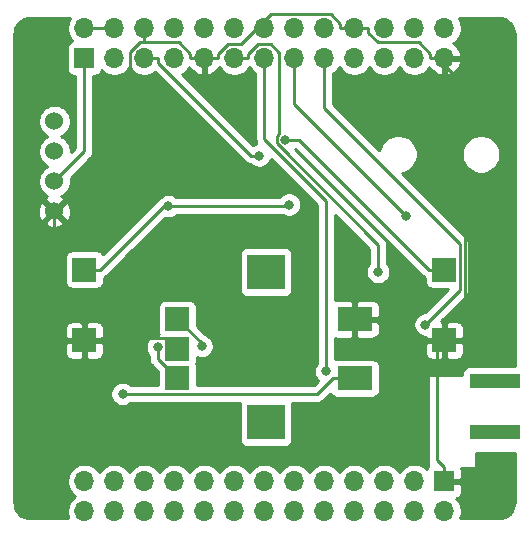
<source format=gbr>
G04 #@! TF.GenerationSoftware,KiCad,Pcbnew,(5.1.5)-3*
G04 #@! TF.CreationDate,2020-02-26T18:40:07+01:00*
G04 #@! TF.ProjectId,minirpi2,6d696e69-7270-4693-922e-6b696361645f,rev?*
G04 #@! TF.SameCoordinates,Original*
G04 #@! TF.FileFunction,Copper,L1,Top*
G04 #@! TF.FilePolarity,Positive*
%FSLAX46Y46*%
G04 Gerber Fmt 4.6, Leading zero omitted, Abs format (unit mm)*
G04 Created by KiCad (PCBNEW (5.1.5)-3) date 2020-02-26 18:40:07*
%MOMM*%
%LPD*%
G04 APERTURE LIST*
%ADD10O,1.700000X1.700000*%
%ADD11R,1.700000X1.700000*%
%ADD12R,2.000000X2.000000*%
%ADD13R,4.191000X1.270000*%
%ADD14C,1.524000*%
%ADD15R,3.000000X2.000000*%
%ADD16R,3.200000X3.000000*%
%ADD17C,0.800000*%
%ADD18C,0.250000*%
%ADD19C,0.254000*%
G04 APERTURE END LIST*
D10*
X185420000Y-80010000D03*
X185420000Y-77470000D03*
X187960000Y-80010000D03*
X187960000Y-77470000D03*
X190500000Y-80010000D03*
X190500000Y-77470000D03*
X193040000Y-80010000D03*
X193040000Y-77470000D03*
X195580000Y-80010000D03*
X195580000Y-77470000D03*
X198120000Y-80010000D03*
X198120000Y-77470000D03*
X200660000Y-80010000D03*
X200660000Y-77470000D03*
X203200000Y-80010000D03*
X203200000Y-77470000D03*
X205740000Y-80010000D03*
X205740000Y-77470000D03*
X208280000Y-80010000D03*
X208280000Y-77470000D03*
X210820000Y-80010000D03*
X210820000Y-77470000D03*
X213360000Y-80010000D03*
X213360000Y-77470000D03*
X215900000Y-80010000D03*
D11*
X215900000Y-77470000D03*
D12*
X185420000Y-59548000D03*
X185420000Y-65548000D03*
X215900000Y-59548000D03*
X215900000Y-65548000D03*
D13*
X220154500Y-73266300D03*
X220154500Y-68973700D03*
D11*
X185420000Y-41656000D03*
D10*
X185420000Y-39116000D03*
X187960000Y-41656000D03*
X187960000Y-39116000D03*
X190500000Y-41656000D03*
X190500000Y-39116000D03*
X193040000Y-41656000D03*
X193040000Y-39116000D03*
X195580000Y-41656000D03*
X195580000Y-39116000D03*
X198120000Y-41656000D03*
X198120000Y-39116000D03*
X200660000Y-41656000D03*
X200660000Y-39116000D03*
X203200000Y-41656000D03*
X203200000Y-39116000D03*
X205740000Y-41656000D03*
X205740000Y-39116000D03*
X208280000Y-41656000D03*
X208280000Y-39116000D03*
X210820000Y-41656000D03*
X210820000Y-39116000D03*
X213360000Y-41656000D03*
X213360000Y-39116000D03*
X215900000Y-41656000D03*
X215900000Y-39116000D03*
D14*
X182880000Y-54610000D03*
X182880000Y-52070000D03*
X182880000Y-49530000D03*
X182880000Y-46990000D03*
D15*
X208294000Y-68754000D03*
X208294000Y-63754000D03*
D16*
X200794000Y-72454000D03*
X200794000Y-59754000D03*
D12*
X193294000Y-68754000D03*
X193294000Y-66254000D03*
X193294000Y-63754000D03*
D17*
X214295100Y-64209000D03*
X202416200Y-48558000D03*
X192534700Y-54169900D03*
X202747800Y-54048400D03*
X217225300Y-55385500D03*
X212662000Y-54995300D03*
X210296000Y-59752400D03*
X200226400Y-49898600D03*
X205890800Y-68176100D03*
X195347600Y-66035200D03*
X191630500Y-66122400D03*
X188655900Y-70079300D03*
D18*
X214295100Y-64209000D02*
X217225300Y-61278800D01*
X217225300Y-61278800D02*
X217225300Y-57363300D01*
X217225300Y-57363300D02*
X205740000Y-45878000D01*
X205740000Y-45878000D02*
X205740000Y-42831300D01*
X205740000Y-41656000D02*
X205740000Y-42831300D01*
X182880000Y-52070000D02*
X185420000Y-49530000D01*
X185420000Y-49530000D02*
X185420000Y-41656000D01*
X215900000Y-59548000D02*
X214574700Y-59548000D01*
X202416200Y-48558000D02*
X203584700Y-48558000D01*
X203584700Y-48558000D02*
X214574700Y-59548000D01*
X202747800Y-54048400D02*
X202626300Y-54169900D01*
X202626300Y-54169900D02*
X192534700Y-54169900D01*
X186745300Y-59548000D02*
X192123400Y-54169900D01*
X192123400Y-54169900D02*
X192534700Y-54169900D01*
X185420000Y-59548000D02*
X186745300Y-59548000D01*
X185420000Y-65548000D02*
X186745300Y-65548000D01*
X193294000Y-66254000D02*
X192411400Y-65371400D01*
X192411400Y-65371400D02*
X186921900Y-65371400D01*
X186921900Y-65371400D02*
X186745300Y-65548000D01*
X210006700Y-63754000D02*
X211800700Y-65548000D01*
X211800700Y-65548000D02*
X215237400Y-65548000D01*
X215900000Y-64222700D02*
X217675600Y-62447100D01*
X217675600Y-62447100D02*
X217675600Y-55835800D01*
X217675600Y-55835800D02*
X217225300Y-55385500D01*
X195580000Y-41656000D02*
X194404700Y-41656000D01*
X190500000Y-40291300D02*
X193407300Y-40291300D01*
X193407300Y-40291300D02*
X194404700Y-41288700D01*
X194404700Y-41288700D02*
X194404700Y-41656000D01*
X182880000Y-54610000D02*
X189324700Y-48165300D01*
X189324700Y-48165300D02*
X189324700Y-41099200D01*
X189324700Y-41099200D02*
X190132600Y-40291300D01*
X190132600Y-40291300D02*
X190500000Y-40291300D01*
X182880000Y-54610000D02*
X182880000Y-61682700D01*
X182880000Y-61682700D02*
X185420000Y-64222700D01*
X190500000Y-39116000D02*
X190500000Y-40291300D01*
X215312400Y-41656000D02*
X217225300Y-43568900D01*
X217225300Y-43568900D02*
X217225300Y-55385500D01*
X215900000Y-65548000D02*
X215900000Y-64222700D01*
X215312400Y-41656000D02*
X214724700Y-41656000D01*
X215900000Y-41656000D02*
X215312400Y-41656000D01*
X195580000Y-41656000D02*
X196755300Y-41656000D01*
X200072400Y-39116000D02*
X198707700Y-40480700D01*
X198707700Y-40480700D02*
X197563200Y-40480700D01*
X197563200Y-40480700D02*
X196755300Y-41288600D01*
X196755300Y-41288600D02*
X196755300Y-41656000D01*
X207104700Y-39116000D02*
X207104700Y-38748600D01*
X207104700Y-38748600D02*
X206296800Y-37940700D01*
X206296800Y-37940700D02*
X201247700Y-37940700D01*
X201247700Y-37940700D02*
X200072400Y-39116000D01*
X208294000Y-63754000D02*
X210006700Y-63754000D01*
X215237400Y-65548000D02*
X215237400Y-75632100D01*
X215237400Y-75632100D02*
X215900000Y-76294700D01*
X208280000Y-39116000D02*
X209455300Y-39116000D01*
X214724700Y-41656000D02*
X214724700Y-41288600D01*
X214724700Y-41288600D02*
X213727400Y-40291300D01*
X213727400Y-40291300D02*
X210263200Y-40291300D01*
X210263200Y-40291300D02*
X209455300Y-39483400D01*
X209455300Y-39483400D02*
X209455300Y-39116000D01*
X208280000Y-39116000D02*
X207104700Y-39116000D01*
X200660000Y-39116000D02*
X200072400Y-39116000D01*
X215900000Y-77470000D02*
X215900000Y-76294700D01*
X215900000Y-65548000D02*
X215237400Y-65548000D01*
X185420000Y-65548000D02*
X185420000Y-64222700D01*
X203200000Y-41656000D02*
X203200000Y-45533300D01*
X203200000Y-45533300D02*
X212662000Y-54995300D01*
X199295300Y-41656000D02*
X199295300Y-41304600D01*
X199295300Y-41304600D02*
X200119300Y-40480600D01*
X200119300Y-40480600D02*
X201185600Y-40480600D01*
X201185600Y-40480600D02*
X201875200Y-41170200D01*
X201875200Y-41170200D02*
X201875200Y-48073300D01*
X201875200Y-48073300D02*
X201690900Y-48257600D01*
X201690900Y-48257600D02*
X201690900Y-48858400D01*
X201690900Y-48858400D02*
X210296000Y-57463500D01*
X210296000Y-57463500D02*
X210296000Y-59752400D01*
X198120000Y-41656000D02*
X199295300Y-41656000D01*
X191675300Y-41656000D02*
X191675300Y-42023300D01*
X191675300Y-42023300D02*
X199550600Y-49898600D01*
X199550600Y-49898600D02*
X200226400Y-49898600D01*
X190500000Y-41656000D02*
X191675300Y-41656000D01*
X200660000Y-41656000D02*
X200660000Y-48534800D01*
X200660000Y-48534800D02*
X205890800Y-53765600D01*
X205890800Y-53765600D02*
X205890800Y-68176100D01*
X187960000Y-39116000D02*
X185420000Y-39116000D01*
X193294000Y-63754000D02*
X195347600Y-65807600D01*
X195347600Y-65807600D02*
X195347600Y-66035200D01*
X193294000Y-68754000D02*
X191630500Y-67090500D01*
X191630500Y-67090500D02*
X191630500Y-66122400D01*
X188655900Y-70079300D02*
X205143400Y-70079300D01*
X205143400Y-70079300D02*
X206468700Y-68754000D01*
X208294000Y-68754000D02*
X206468700Y-68754000D01*
D19*
G36*
X221844001Y-79215711D02*
G01*
X221814766Y-79513876D01*
X221737551Y-79769624D01*
X221612131Y-80005504D01*
X221443289Y-80212525D01*
X221237446Y-80382813D01*
X221002444Y-80509879D01*
X220747240Y-80588877D01*
X220451118Y-80620000D01*
X217254682Y-80620000D01*
X217327932Y-80443158D01*
X217385000Y-80156260D01*
X217385000Y-79863740D01*
X217327932Y-79576842D01*
X217215990Y-79306589D01*
X217053475Y-79063368D01*
X216921620Y-78931513D01*
X216994180Y-78909502D01*
X217104494Y-78850537D01*
X217201185Y-78771185D01*
X217280537Y-78674494D01*
X217339502Y-78564180D01*
X217375812Y-78444482D01*
X217388072Y-78320000D01*
X217385000Y-77755750D01*
X217226250Y-77597000D01*
X216027000Y-77597000D01*
X216027000Y-77617000D01*
X215773000Y-77617000D01*
X215773000Y-77597000D01*
X215753000Y-77597000D01*
X215753000Y-77343000D01*
X215773000Y-77343000D01*
X215773000Y-77323000D01*
X216027000Y-77323000D01*
X216027000Y-77343000D01*
X217226250Y-77343000D01*
X217385000Y-77184250D01*
X217388072Y-76620000D01*
X217375812Y-76495518D01*
X217339502Y-76375820D01*
X217313407Y-76327000D01*
X218440000Y-76327000D01*
X218464776Y-76324560D01*
X218488601Y-76317333D01*
X218510557Y-76305597D01*
X218529803Y-76289803D01*
X218545597Y-76270557D01*
X218557333Y-76248601D01*
X218564560Y-76224776D01*
X218567000Y-76200000D01*
X218567000Y-75057000D01*
X221844001Y-75057000D01*
X221844001Y-79215711D01*
G37*
X221844001Y-79215711D02*
X221814766Y-79513876D01*
X221737551Y-79769624D01*
X221612131Y-80005504D01*
X221443289Y-80212525D01*
X221237446Y-80382813D01*
X221002444Y-80509879D01*
X220747240Y-80588877D01*
X220451118Y-80620000D01*
X217254682Y-80620000D01*
X217327932Y-80443158D01*
X217385000Y-80156260D01*
X217385000Y-79863740D01*
X217327932Y-79576842D01*
X217215990Y-79306589D01*
X217053475Y-79063368D01*
X216921620Y-78931513D01*
X216994180Y-78909502D01*
X217104494Y-78850537D01*
X217201185Y-78771185D01*
X217280537Y-78674494D01*
X217339502Y-78564180D01*
X217375812Y-78444482D01*
X217388072Y-78320000D01*
X217385000Y-77755750D01*
X217226250Y-77597000D01*
X216027000Y-77597000D01*
X216027000Y-77617000D01*
X215773000Y-77617000D01*
X215773000Y-77597000D01*
X215753000Y-77597000D01*
X215753000Y-77343000D01*
X215773000Y-77343000D01*
X215773000Y-77323000D01*
X216027000Y-77323000D01*
X216027000Y-77343000D01*
X217226250Y-77343000D01*
X217385000Y-77184250D01*
X217388072Y-76620000D01*
X217375812Y-76495518D01*
X217339502Y-76375820D01*
X217313407Y-76327000D01*
X218440000Y-76327000D01*
X218464776Y-76324560D01*
X218488601Y-76317333D01*
X218510557Y-76305597D01*
X218529803Y-76289803D01*
X218545597Y-76270557D01*
X218557333Y-76248601D01*
X218564560Y-76224776D01*
X218567000Y-76200000D01*
X218567000Y-75057000D01*
X221844001Y-75057000D01*
X221844001Y-79215711D01*
G36*
X184104010Y-38412589D02*
G01*
X183992068Y-38682842D01*
X183935000Y-38969740D01*
X183935000Y-39262260D01*
X183992068Y-39549158D01*
X184104010Y-39819411D01*
X184266525Y-40062632D01*
X184398380Y-40194487D01*
X184325820Y-40216498D01*
X184215506Y-40275463D01*
X184118815Y-40354815D01*
X184039463Y-40451506D01*
X183980498Y-40561820D01*
X183944188Y-40681518D01*
X183931928Y-40806000D01*
X183931928Y-42506000D01*
X183944188Y-42630482D01*
X183980498Y-42750180D01*
X184039463Y-42860494D01*
X184118815Y-42957185D01*
X184215506Y-43036537D01*
X184325820Y-43095502D01*
X184445518Y-43131812D01*
X184570000Y-43144072D01*
X184660001Y-43144072D01*
X184660000Y-49215197D01*
X184277000Y-49598197D01*
X184277000Y-49392408D01*
X184223314Y-49122510D01*
X184118005Y-48868273D01*
X183965120Y-48639465D01*
X183770535Y-48444880D01*
X183541727Y-48291995D01*
X183464485Y-48260000D01*
X183541727Y-48228005D01*
X183770535Y-48075120D01*
X183965120Y-47880535D01*
X184118005Y-47651727D01*
X184223314Y-47397490D01*
X184277000Y-47127592D01*
X184277000Y-46852408D01*
X184223314Y-46582510D01*
X184118005Y-46328273D01*
X183965120Y-46099465D01*
X183770535Y-45904880D01*
X183541727Y-45751995D01*
X183287490Y-45646686D01*
X183017592Y-45593000D01*
X182742408Y-45593000D01*
X182472510Y-45646686D01*
X182218273Y-45751995D01*
X181989465Y-45904880D01*
X181794880Y-46099465D01*
X181641995Y-46328273D01*
X181536686Y-46582510D01*
X181483000Y-46852408D01*
X181483000Y-47127592D01*
X181536686Y-47397490D01*
X181641995Y-47651727D01*
X181794880Y-47880535D01*
X181989465Y-48075120D01*
X182218273Y-48228005D01*
X182295515Y-48260000D01*
X182218273Y-48291995D01*
X181989465Y-48444880D01*
X181794880Y-48639465D01*
X181641995Y-48868273D01*
X181536686Y-49122510D01*
X181483000Y-49392408D01*
X181483000Y-49667592D01*
X181536686Y-49937490D01*
X181641995Y-50191727D01*
X181794880Y-50420535D01*
X181989465Y-50615120D01*
X182218273Y-50768005D01*
X182295515Y-50800000D01*
X182218273Y-50831995D01*
X181989465Y-50984880D01*
X181794880Y-51179465D01*
X181641995Y-51408273D01*
X181536686Y-51662510D01*
X181483000Y-51932408D01*
X181483000Y-52207592D01*
X181536686Y-52477490D01*
X181641995Y-52731727D01*
X181794880Y-52960535D01*
X181989465Y-53155120D01*
X182218273Y-53308005D01*
X182289943Y-53337692D01*
X182276977Y-53342364D01*
X182161020Y-53404344D01*
X182094040Y-53644435D01*
X182880000Y-54430395D01*
X183665960Y-53644435D01*
X183598980Y-53404344D01*
X183463240Y-53340515D01*
X183541727Y-53308005D01*
X183770535Y-53155120D01*
X183965120Y-52960535D01*
X184118005Y-52731727D01*
X184223314Y-52477490D01*
X184277000Y-52207592D01*
X184277000Y-51932408D01*
X184246372Y-51778430D01*
X185931009Y-50093794D01*
X185960001Y-50070001D01*
X185983795Y-50041008D01*
X185983799Y-50041004D01*
X186054973Y-49954277D01*
X186054974Y-49954276D01*
X186125546Y-49822247D01*
X186169003Y-49678986D01*
X186180000Y-49567333D01*
X186180000Y-49567324D01*
X186183676Y-49530001D01*
X186180000Y-49492678D01*
X186180000Y-43144072D01*
X186270000Y-43144072D01*
X186394482Y-43131812D01*
X186514180Y-43095502D01*
X186624494Y-43036537D01*
X186721185Y-42957185D01*
X186800537Y-42860494D01*
X186859502Y-42750180D01*
X186881513Y-42677620D01*
X187013368Y-42809475D01*
X187256589Y-42971990D01*
X187526842Y-43083932D01*
X187813740Y-43141000D01*
X188106260Y-43141000D01*
X188393158Y-43083932D01*
X188663411Y-42971990D01*
X188906632Y-42809475D01*
X189113475Y-42602632D01*
X189230000Y-42428240D01*
X189346525Y-42602632D01*
X189553368Y-42809475D01*
X189796589Y-42971990D01*
X190066842Y-43083932D01*
X190353740Y-43141000D01*
X190646260Y-43141000D01*
X190933158Y-43083932D01*
X191203411Y-42971990D01*
X191410690Y-42833491D01*
X198986801Y-50409603D01*
X199010599Y-50438601D01*
X199039597Y-50462399D01*
X199126323Y-50533574D01*
X199172887Y-50558463D01*
X199258353Y-50604146D01*
X199401614Y-50647603D01*
X199513267Y-50658600D01*
X199513276Y-50658600D01*
X199523717Y-50659628D01*
X199566626Y-50702537D01*
X199736144Y-50815805D01*
X199924502Y-50893826D01*
X200124461Y-50933600D01*
X200328339Y-50933600D01*
X200528298Y-50893826D01*
X200716656Y-50815805D01*
X200886174Y-50702537D01*
X201030337Y-50558374D01*
X201143605Y-50388856D01*
X201221626Y-50200498D01*
X201226482Y-50176084D01*
X205130800Y-54080402D01*
X205130801Y-67472388D01*
X205086863Y-67516326D01*
X204973595Y-67685844D01*
X204895574Y-67874202D01*
X204855800Y-68074161D01*
X204855800Y-68278039D01*
X204895574Y-68477998D01*
X204973595Y-68666356D01*
X205086863Y-68835874D01*
X205199444Y-68948455D01*
X204828599Y-69319300D01*
X194932072Y-69319300D01*
X194932072Y-67754000D01*
X194919812Y-67629518D01*
X194883502Y-67509820D01*
X194880391Y-67504000D01*
X194883502Y-67498180D01*
X194919812Y-67378482D01*
X194932072Y-67254000D01*
X194930906Y-66982876D01*
X195045702Y-67030426D01*
X195245661Y-67070200D01*
X195449539Y-67070200D01*
X195649498Y-67030426D01*
X195837856Y-66952405D01*
X196007374Y-66839137D01*
X196151537Y-66694974D01*
X196264805Y-66525456D01*
X196342826Y-66337098D01*
X196382600Y-66137139D01*
X196382600Y-65933261D01*
X196342826Y-65733302D01*
X196264805Y-65544944D01*
X196151537Y-65375426D01*
X196007374Y-65231263D01*
X195837856Y-65117995D01*
X195658508Y-65043706D01*
X194932072Y-64317270D01*
X194932072Y-62754000D01*
X194919812Y-62629518D01*
X194883502Y-62509820D01*
X194824537Y-62399506D01*
X194745185Y-62302815D01*
X194648494Y-62223463D01*
X194538180Y-62164498D01*
X194418482Y-62128188D01*
X194294000Y-62115928D01*
X192294000Y-62115928D01*
X192169518Y-62128188D01*
X192049820Y-62164498D01*
X191939506Y-62223463D01*
X191842815Y-62302815D01*
X191763463Y-62399506D01*
X191704498Y-62509820D01*
X191668188Y-62629518D01*
X191655928Y-62754000D01*
X191655928Y-64754000D01*
X191668188Y-64878482D01*
X191704498Y-64998180D01*
X191707609Y-65004000D01*
X191704498Y-65009820D01*
X191680964Y-65087400D01*
X191528561Y-65087400D01*
X191328602Y-65127174D01*
X191140244Y-65205195D01*
X190970726Y-65318463D01*
X190826563Y-65462626D01*
X190713295Y-65632144D01*
X190635274Y-65820502D01*
X190595500Y-66020461D01*
X190595500Y-66224339D01*
X190635274Y-66424298D01*
X190713295Y-66612656D01*
X190826563Y-66782174D01*
X190870500Y-66826111D01*
X190870500Y-67053177D01*
X190866824Y-67090500D01*
X190870500Y-67127822D01*
X190870500Y-67127832D01*
X190881497Y-67239485D01*
X190900708Y-67302815D01*
X190924954Y-67382746D01*
X190995526Y-67514776D01*
X191035371Y-67563326D01*
X191090499Y-67630501D01*
X191119503Y-67654304D01*
X191655928Y-68190729D01*
X191655928Y-69319300D01*
X189359611Y-69319300D01*
X189315674Y-69275363D01*
X189146156Y-69162095D01*
X188957798Y-69084074D01*
X188757839Y-69044300D01*
X188553961Y-69044300D01*
X188354002Y-69084074D01*
X188165644Y-69162095D01*
X187996126Y-69275363D01*
X187851963Y-69419526D01*
X187738695Y-69589044D01*
X187660674Y-69777402D01*
X187620900Y-69977361D01*
X187620900Y-70181239D01*
X187660674Y-70381198D01*
X187738695Y-70569556D01*
X187851963Y-70739074D01*
X187996126Y-70883237D01*
X188165644Y-70996505D01*
X188354002Y-71074526D01*
X188553961Y-71114300D01*
X188757839Y-71114300D01*
X188957798Y-71074526D01*
X189146156Y-70996505D01*
X189315674Y-70883237D01*
X189359611Y-70839300D01*
X198567225Y-70839300D01*
X198555928Y-70954000D01*
X198555928Y-73954000D01*
X198568188Y-74078482D01*
X198604498Y-74198180D01*
X198663463Y-74308494D01*
X198742815Y-74405185D01*
X198839506Y-74484537D01*
X198949820Y-74543502D01*
X199069518Y-74579812D01*
X199194000Y-74592072D01*
X202394000Y-74592072D01*
X202518482Y-74579812D01*
X202638180Y-74543502D01*
X202748494Y-74484537D01*
X202845185Y-74405185D01*
X202924537Y-74308494D01*
X202983502Y-74198180D01*
X203019812Y-74078482D01*
X203032072Y-73954000D01*
X203032072Y-70954000D01*
X203020775Y-70839300D01*
X205106078Y-70839300D01*
X205143400Y-70842976D01*
X205180722Y-70839300D01*
X205180733Y-70839300D01*
X205292386Y-70828303D01*
X205435647Y-70784846D01*
X205567676Y-70714274D01*
X205683401Y-70619301D01*
X205707204Y-70590297D01*
X206237528Y-70059974D01*
X206263463Y-70108494D01*
X206342815Y-70205185D01*
X206439506Y-70284537D01*
X206549820Y-70343502D01*
X206669518Y-70379812D01*
X206794000Y-70392072D01*
X209794000Y-70392072D01*
X209918482Y-70379812D01*
X210038180Y-70343502D01*
X210148494Y-70284537D01*
X210245185Y-70205185D01*
X210324537Y-70108494D01*
X210383502Y-69998180D01*
X210419812Y-69878482D01*
X210432072Y-69754000D01*
X210432072Y-67754000D01*
X210419812Y-67629518D01*
X210383502Y-67509820D01*
X210324537Y-67399506D01*
X210245185Y-67302815D01*
X210148494Y-67223463D01*
X210038180Y-67164498D01*
X209918482Y-67128188D01*
X209794000Y-67115928D01*
X206794000Y-67115928D01*
X206669518Y-67128188D01*
X206650800Y-67133866D01*
X206650800Y-66548000D01*
X214261928Y-66548000D01*
X214274188Y-66672482D01*
X214310498Y-66792180D01*
X214369463Y-66902494D01*
X214448815Y-66999185D01*
X214545506Y-67078537D01*
X214655820Y-67137502D01*
X214775518Y-67173812D01*
X214900000Y-67186072D01*
X215614250Y-67183000D01*
X215773000Y-67024250D01*
X215773000Y-65675000D01*
X216027000Y-65675000D01*
X216027000Y-67024250D01*
X216185750Y-67183000D01*
X216900000Y-67186072D01*
X217024482Y-67173812D01*
X217144180Y-67137502D01*
X217254494Y-67078537D01*
X217351185Y-66999185D01*
X217430537Y-66902494D01*
X217489502Y-66792180D01*
X217525812Y-66672482D01*
X217538072Y-66548000D01*
X217535000Y-65833750D01*
X217376250Y-65675000D01*
X216027000Y-65675000D01*
X215773000Y-65675000D01*
X214423750Y-65675000D01*
X214265000Y-65833750D01*
X214261928Y-66548000D01*
X206650800Y-66548000D01*
X206650800Y-65374134D01*
X206669518Y-65379812D01*
X206794000Y-65392072D01*
X208008250Y-65389000D01*
X208167000Y-65230250D01*
X208167000Y-63881000D01*
X208421000Y-63881000D01*
X208421000Y-65230250D01*
X208579750Y-65389000D01*
X209794000Y-65392072D01*
X209918482Y-65379812D01*
X210038180Y-65343502D01*
X210148494Y-65284537D01*
X210245185Y-65205185D01*
X210324537Y-65108494D01*
X210383502Y-64998180D01*
X210419812Y-64878482D01*
X210432072Y-64754000D01*
X210429000Y-64039750D01*
X210270250Y-63881000D01*
X208421000Y-63881000D01*
X208167000Y-63881000D01*
X208147000Y-63881000D01*
X208147000Y-63627000D01*
X208167000Y-63627000D01*
X208167000Y-62277750D01*
X208421000Y-62277750D01*
X208421000Y-63627000D01*
X210270250Y-63627000D01*
X210429000Y-63468250D01*
X210432072Y-62754000D01*
X210419812Y-62629518D01*
X210383502Y-62509820D01*
X210324537Y-62399506D01*
X210245185Y-62302815D01*
X210148494Y-62223463D01*
X210038180Y-62164498D01*
X209918482Y-62128188D01*
X209794000Y-62115928D01*
X208579750Y-62119000D01*
X208421000Y-62277750D01*
X208167000Y-62277750D01*
X208008250Y-62119000D01*
X206794000Y-62115928D01*
X206669518Y-62128188D01*
X206650800Y-62133866D01*
X206650800Y-54893102D01*
X209536000Y-57778302D01*
X209536001Y-59048688D01*
X209492063Y-59092626D01*
X209378795Y-59262144D01*
X209300774Y-59450502D01*
X209261000Y-59650461D01*
X209261000Y-59854339D01*
X209300774Y-60054298D01*
X209378795Y-60242656D01*
X209492063Y-60412174D01*
X209636226Y-60556337D01*
X209805744Y-60669605D01*
X209994102Y-60747626D01*
X210194061Y-60787400D01*
X210397939Y-60787400D01*
X210597898Y-60747626D01*
X210786256Y-60669605D01*
X210955774Y-60556337D01*
X211099937Y-60412174D01*
X211213205Y-60242656D01*
X211291226Y-60054298D01*
X211331000Y-59854339D01*
X211331000Y-59650461D01*
X211291226Y-59450502D01*
X211213205Y-59262144D01*
X211099937Y-59092626D01*
X211056000Y-59048689D01*
X211056000Y-57500822D01*
X211059676Y-57463499D01*
X211056000Y-57426176D01*
X211056000Y-57426167D01*
X211045003Y-57314514D01*
X211001546Y-57171253D01*
X210930974Y-57039223D01*
X210859799Y-56952497D01*
X210836001Y-56923499D01*
X210807004Y-56899702D01*
X203225301Y-49318000D01*
X203269899Y-49318000D01*
X214010901Y-60059003D01*
X214034699Y-60088001D01*
X214063697Y-60111799D01*
X214150423Y-60182974D01*
X214261928Y-60242575D01*
X214261928Y-60548000D01*
X214274188Y-60672482D01*
X214310498Y-60792180D01*
X214369463Y-60902494D01*
X214448815Y-60999185D01*
X214545506Y-61078537D01*
X214655820Y-61137502D01*
X214775518Y-61173812D01*
X214900000Y-61186072D01*
X216243226Y-61186072D01*
X214255299Y-63174000D01*
X214193161Y-63174000D01*
X213993202Y-63213774D01*
X213804844Y-63291795D01*
X213635326Y-63405063D01*
X213491163Y-63549226D01*
X213377895Y-63718744D01*
X213299874Y-63907102D01*
X213260100Y-64107061D01*
X213260100Y-64310939D01*
X213299874Y-64510898D01*
X213377895Y-64699256D01*
X213491163Y-64868774D01*
X213635326Y-65012937D01*
X213804844Y-65126205D01*
X213993202Y-65204226D01*
X214193161Y-65244000D01*
X214264922Y-65244000D01*
X214265000Y-65262250D01*
X214423750Y-65421000D01*
X215773000Y-65421000D01*
X215773000Y-64071750D01*
X216027000Y-64071750D01*
X216027000Y-65421000D01*
X217376250Y-65421000D01*
X217535000Y-65262250D01*
X217538072Y-64548000D01*
X217525812Y-64423518D01*
X217489502Y-64303820D01*
X217430537Y-64193506D01*
X217351185Y-64096815D01*
X217254494Y-64017463D01*
X217144180Y-63958498D01*
X217024482Y-63922188D01*
X216900000Y-63909928D01*
X216185750Y-63913000D01*
X216027000Y-64071750D01*
X215773000Y-64071750D01*
X215640076Y-63938826D01*
X217736304Y-61842598D01*
X217765301Y-61818801D01*
X217860274Y-61703076D01*
X217930846Y-61571047D01*
X217974303Y-61427786D01*
X217985300Y-61316133D01*
X217985300Y-61316132D01*
X217988977Y-61278800D01*
X217985300Y-61241467D01*
X217985300Y-57400622D01*
X217988976Y-57363299D01*
X217985300Y-57325976D01*
X217985300Y-57325967D01*
X217974303Y-57214314D01*
X217930846Y-57071053D01*
X217867476Y-56952497D01*
X217860274Y-56939023D01*
X217789099Y-56852297D01*
X217765301Y-56823299D01*
X217736303Y-56799501D01*
X212324151Y-51387350D01*
X212480912Y-51356168D01*
X212778463Y-51232918D01*
X213046252Y-51053987D01*
X213273987Y-50826252D01*
X213452918Y-50558463D01*
X213576168Y-50260912D01*
X213639000Y-49945033D01*
X213639000Y-49622967D01*
X217369000Y-49622967D01*
X217369000Y-49945033D01*
X217431832Y-50260912D01*
X217555082Y-50558463D01*
X217734013Y-50826252D01*
X217961748Y-51053987D01*
X218229537Y-51232918D01*
X218527088Y-51356168D01*
X218842967Y-51419000D01*
X219165033Y-51419000D01*
X219480912Y-51356168D01*
X219778463Y-51232918D01*
X220046252Y-51053987D01*
X220273987Y-50826252D01*
X220452918Y-50558463D01*
X220576168Y-50260912D01*
X220639000Y-49945033D01*
X220639000Y-49622967D01*
X220576168Y-49307088D01*
X220452918Y-49009537D01*
X220273987Y-48741748D01*
X220046252Y-48514013D01*
X219778463Y-48335082D01*
X219480912Y-48211832D01*
X219165033Y-48149000D01*
X218842967Y-48149000D01*
X218527088Y-48211832D01*
X218229537Y-48335082D01*
X217961748Y-48514013D01*
X217734013Y-48741748D01*
X217555082Y-49009537D01*
X217431832Y-49307088D01*
X217369000Y-49622967D01*
X213639000Y-49622967D01*
X213576168Y-49307088D01*
X213452918Y-49009537D01*
X213273987Y-48741748D01*
X213046252Y-48514013D01*
X212778463Y-48335082D01*
X212480912Y-48211832D01*
X212165033Y-48149000D01*
X211842967Y-48149000D01*
X211527088Y-48211832D01*
X211229537Y-48335082D01*
X210961748Y-48514013D01*
X210734013Y-48741748D01*
X210555082Y-49009537D01*
X210431832Y-49307088D01*
X210400650Y-49463849D01*
X206500000Y-45563199D01*
X206500000Y-42934178D01*
X206686632Y-42809475D01*
X206893475Y-42602632D01*
X207010000Y-42428240D01*
X207126525Y-42602632D01*
X207333368Y-42809475D01*
X207576589Y-42971990D01*
X207846842Y-43083932D01*
X208133740Y-43141000D01*
X208426260Y-43141000D01*
X208713158Y-43083932D01*
X208983411Y-42971990D01*
X209226632Y-42809475D01*
X209433475Y-42602632D01*
X209550000Y-42428240D01*
X209666525Y-42602632D01*
X209873368Y-42809475D01*
X210116589Y-42971990D01*
X210386842Y-43083932D01*
X210673740Y-43141000D01*
X210966260Y-43141000D01*
X211253158Y-43083932D01*
X211523411Y-42971990D01*
X211766632Y-42809475D01*
X211973475Y-42602632D01*
X212090000Y-42428240D01*
X212206525Y-42602632D01*
X212413368Y-42809475D01*
X212656589Y-42971990D01*
X212926842Y-43083932D01*
X213213740Y-43141000D01*
X213506260Y-43141000D01*
X213793158Y-43083932D01*
X214063411Y-42971990D01*
X214306632Y-42809475D01*
X214513475Y-42602632D01*
X214635195Y-42420466D01*
X214704822Y-42537355D01*
X214899731Y-42753588D01*
X215133080Y-42927641D01*
X215395901Y-43052825D01*
X215543110Y-43097476D01*
X215773000Y-42976155D01*
X215773000Y-41783000D01*
X216027000Y-41783000D01*
X216027000Y-42976155D01*
X216256890Y-43097476D01*
X216404099Y-43052825D01*
X216666920Y-42927641D01*
X216900269Y-42753588D01*
X217095178Y-42537355D01*
X217244157Y-42287252D01*
X217341481Y-42012891D01*
X217220814Y-41783000D01*
X216027000Y-41783000D01*
X215773000Y-41783000D01*
X215753000Y-41783000D01*
X215753000Y-41529000D01*
X215773000Y-41529000D01*
X215773000Y-41509000D01*
X216027000Y-41509000D01*
X216027000Y-41529000D01*
X217220814Y-41529000D01*
X217341481Y-41299109D01*
X217244157Y-41024748D01*
X217095178Y-40774645D01*
X216900269Y-40558412D01*
X216670594Y-40387100D01*
X216846632Y-40269475D01*
X217053475Y-40062632D01*
X217215990Y-39819411D01*
X217327932Y-39549158D01*
X217385000Y-39262260D01*
X217385000Y-38969740D01*
X217327932Y-38682842D01*
X217215990Y-38412589D01*
X217108688Y-38252000D01*
X220439721Y-38252000D01*
X220737875Y-38281234D01*
X220993622Y-38358448D01*
X221229504Y-38483869D01*
X221436530Y-38652716D01*
X221606813Y-38858554D01*
X221733879Y-39093556D01*
X221812876Y-39348756D01*
X221844000Y-39644882D01*
X221844001Y-67700628D01*
X218059000Y-67700628D01*
X217934518Y-67712888D01*
X217814820Y-67749198D01*
X217704506Y-67808163D01*
X217607815Y-67887515D01*
X217528463Y-67984206D01*
X217469498Y-68094520D01*
X217433188Y-68214218D01*
X217420928Y-68338700D01*
X217420928Y-68453000D01*
X214630000Y-68453000D01*
X214605224Y-68455440D01*
X214581399Y-68462667D01*
X214559443Y-68474403D01*
X214540197Y-68490197D01*
X214524403Y-68509443D01*
X214512667Y-68531399D01*
X214505440Y-68555224D01*
X214503000Y-68580000D01*
X214503000Y-76200000D01*
X214505440Y-76224776D01*
X214512667Y-76248601D01*
X214520820Y-76263853D01*
X214519463Y-76265506D01*
X214460498Y-76375820D01*
X214438487Y-76448380D01*
X214306632Y-76316525D01*
X214063411Y-76154010D01*
X213793158Y-76042068D01*
X213506260Y-75985000D01*
X213213740Y-75985000D01*
X212926842Y-76042068D01*
X212656589Y-76154010D01*
X212413368Y-76316525D01*
X212206525Y-76523368D01*
X212090000Y-76697760D01*
X211973475Y-76523368D01*
X211766632Y-76316525D01*
X211523411Y-76154010D01*
X211253158Y-76042068D01*
X210966260Y-75985000D01*
X210673740Y-75985000D01*
X210386842Y-76042068D01*
X210116589Y-76154010D01*
X209873368Y-76316525D01*
X209666525Y-76523368D01*
X209550000Y-76697760D01*
X209433475Y-76523368D01*
X209226632Y-76316525D01*
X208983411Y-76154010D01*
X208713158Y-76042068D01*
X208426260Y-75985000D01*
X208133740Y-75985000D01*
X207846842Y-76042068D01*
X207576589Y-76154010D01*
X207333368Y-76316525D01*
X207126525Y-76523368D01*
X207010000Y-76697760D01*
X206893475Y-76523368D01*
X206686632Y-76316525D01*
X206443411Y-76154010D01*
X206173158Y-76042068D01*
X205886260Y-75985000D01*
X205593740Y-75985000D01*
X205306842Y-76042068D01*
X205036589Y-76154010D01*
X204793368Y-76316525D01*
X204586525Y-76523368D01*
X204470000Y-76697760D01*
X204353475Y-76523368D01*
X204146632Y-76316525D01*
X203903411Y-76154010D01*
X203633158Y-76042068D01*
X203346260Y-75985000D01*
X203053740Y-75985000D01*
X202766842Y-76042068D01*
X202496589Y-76154010D01*
X202253368Y-76316525D01*
X202046525Y-76523368D01*
X201930000Y-76697760D01*
X201813475Y-76523368D01*
X201606632Y-76316525D01*
X201363411Y-76154010D01*
X201093158Y-76042068D01*
X200806260Y-75985000D01*
X200513740Y-75985000D01*
X200226842Y-76042068D01*
X199956589Y-76154010D01*
X199713368Y-76316525D01*
X199506525Y-76523368D01*
X199390000Y-76697760D01*
X199273475Y-76523368D01*
X199066632Y-76316525D01*
X198823411Y-76154010D01*
X198553158Y-76042068D01*
X198266260Y-75985000D01*
X197973740Y-75985000D01*
X197686842Y-76042068D01*
X197416589Y-76154010D01*
X197173368Y-76316525D01*
X196966525Y-76523368D01*
X196850000Y-76697760D01*
X196733475Y-76523368D01*
X196526632Y-76316525D01*
X196283411Y-76154010D01*
X196013158Y-76042068D01*
X195726260Y-75985000D01*
X195433740Y-75985000D01*
X195146842Y-76042068D01*
X194876589Y-76154010D01*
X194633368Y-76316525D01*
X194426525Y-76523368D01*
X194310000Y-76697760D01*
X194193475Y-76523368D01*
X193986632Y-76316525D01*
X193743411Y-76154010D01*
X193473158Y-76042068D01*
X193186260Y-75985000D01*
X192893740Y-75985000D01*
X192606842Y-76042068D01*
X192336589Y-76154010D01*
X192093368Y-76316525D01*
X191886525Y-76523368D01*
X191770000Y-76697760D01*
X191653475Y-76523368D01*
X191446632Y-76316525D01*
X191203411Y-76154010D01*
X190933158Y-76042068D01*
X190646260Y-75985000D01*
X190353740Y-75985000D01*
X190066842Y-76042068D01*
X189796589Y-76154010D01*
X189553368Y-76316525D01*
X189346525Y-76523368D01*
X189230000Y-76697760D01*
X189113475Y-76523368D01*
X188906632Y-76316525D01*
X188663411Y-76154010D01*
X188393158Y-76042068D01*
X188106260Y-75985000D01*
X187813740Y-75985000D01*
X187526842Y-76042068D01*
X187256589Y-76154010D01*
X187013368Y-76316525D01*
X186806525Y-76523368D01*
X186690000Y-76697760D01*
X186573475Y-76523368D01*
X186366632Y-76316525D01*
X186123411Y-76154010D01*
X185853158Y-76042068D01*
X185566260Y-75985000D01*
X185273740Y-75985000D01*
X184986842Y-76042068D01*
X184716589Y-76154010D01*
X184473368Y-76316525D01*
X184266525Y-76523368D01*
X184104010Y-76766589D01*
X183992068Y-77036842D01*
X183935000Y-77323740D01*
X183935000Y-77616260D01*
X183992068Y-77903158D01*
X184104010Y-78173411D01*
X184266525Y-78416632D01*
X184473368Y-78623475D01*
X184647760Y-78740000D01*
X184473368Y-78856525D01*
X184266525Y-79063368D01*
X184104010Y-79306589D01*
X183992068Y-79576842D01*
X183935000Y-79863740D01*
X183935000Y-80156260D01*
X183992068Y-80443158D01*
X184065318Y-80620000D01*
X180880279Y-80620000D01*
X180582124Y-80590766D01*
X180326376Y-80513551D01*
X180090496Y-80388131D01*
X179883475Y-80219289D01*
X179713187Y-80013446D01*
X179586121Y-79778444D01*
X179507123Y-79523240D01*
X179476000Y-79227118D01*
X179476000Y-66548000D01*
X183781928Y-66548000D01*
X183794188Y-66672482D01*
X183830498Y-66792180D01*
X183889463Y-66902494D01*
X183968815Y-66999185D01*
X184065506Y-67078537D01*
X184175820Y-67137502D01*
X184295518Y-67173812D01*
X184420000Y-67186072D01*
X185134250Y-67183000D01*
X185293000Y-67024250D01*
X185293000Y-65675000D01*
X185547000Y-65675000D01*
X185547000Y-67024250D01*
X185705750Y-67183000D01*
X186420000Y-67186072D01*
X186544482Y-67173812D01*
X186664180Y-67137502D01*
X186774494Y-67078537D01*
X186871185Y-66999185D01*
X186950537Y-66902494D01*
X187009502Y-66792180D01*
X187045812Y-66672482D01*
X187058072Y-66548000D01*
X187055000Y-65833750D01*
X186896250Y-65675000D01*
X185547000Y-65675000D01*
X185293000Y-65675000D01*
X183943750Y-65675000D01*
X183785000Y-65833750D01*
X183781928Y-66548000D01*
X179476000Y-66548000D01*
X179476000Y-64548000D01*
X183781928Y-64548000D01*
X183785000Y-65262250D01*
X183943750Y-65421000D01*
X185293000Y-65421000D01*
X185293000Y-64071750D01*
X185547000Y-64071750D01*
X185547000Y-65421000D01*
X186896250Y-65421000D01*
X187055000Y-65262250D01*
X187058072Y-64548000D01*
X187045812Y-64423518D01*
X187009502Y-64303820D01*
X186950537Y-64193506D01*
X186871185Y-64096815D01*
X186774494Y-64017463D01*
X186664180Y-63958498D01*
X186544482Y-63922188D01*
X186420000Y-63909928D01*
X185705750Y-63913000D01*
X185547000Y-64071750D01*
X185293000Y-64071750D01*
X185134250Y-63913000D01*
X184420000Y-63909928D01*
X184295518Y-63922188D01*
X184175820Y-63958498D01*
X184065506Y-64017463D01*
X183968815Y-64096815D01*
X183889463Y-64193506D01*
X183830498Y-64303820D01*
X183794188Y-64423518D01*
X183781928Y-64548000D01*
X179476000Y-64548000D01*
X179476000Y-58548000D01*
X183781928Y-58548000D01*
X183781928Y-60548000D01*
X183794188Y-60672482D01*
X183830498Y-60792180D01*
X183889463Y-60902494D01*
X183968815Y-60999185D01*
X184065506Y-61078537D01*
X184175820Y-61137502D01*
X184295518Y-61173812D01*
X184420000Y-61186072D01*
X186420000Y-61186072D01*
X186544482Y-61173812D01*
X186664180Y-61137502D01*
X186774494Y-61078537D01*
X186871185Y-60999185D01*
X186950537Y-60902494D01*
X187009502Y-60792180D01*
X187045812Y-60672482D01*
X187058072Y-60548000D01*
X187058072Y-60242575D01*
X187169576Y-60182974D01*
X187285301Y-60088001D01*
X187309104Y-60058997D01*
X189114101Y-58254000D01*
X198555928Y-58254000D01*
X198555928Y-61254000D01*
X198568188Y-61378482D01*
X198604498Y-61498180D01*
X198663463Y-61608494D01*
X198742815Y-61705185D01*
X198839506Y-61784537D01*
X198949820Y-61843502D01*
X199069518Y-61879812D01*
X199194000Y-61892072D01*
X202394000Y-61892072D01*
X202518482Y-61879812D01*
X202638180Y-61843502D01*
X202748494Y-61784537D01*
X202845185Y-61705185D01*
X202924537Y-61608494D01*
X202983502Y-61498180D01*
X203019812Y-61378482D01*
X203032072Y-61254000D01*
X203032072Y-58254000D01*
X203019812Y-58129518D01*
X202983502Y-58009820D01*
X202924537Y-57899506D01*
X202845185Y-57802815D01*
X202748494Y-57723463D01*
X202638180Y-57664498D01*
X202518482Y-57628188D01*
X202394000Y-57615928D01*
X199194000Y-57615928D01*
X199069518Y-57628188D01*
X198949820Y-57664498D01*
X198839506Y-57723463D01*
X198742815Y-57802815D01*
X198663463Y-57899506D01*
X198604498Y-58009820D01*
X198568188Y-58129518D01*
X198555928Y-58254000D01*
X189114101Y-58254000D01*
X192211712Y-55156390D01*
X192232802Y-55165126D01*
X192432761Y-55204900D01*
X192636639Y-55204900D01*
X192836598Y-55165126D01*
X193024956Y-55087105D01*
X193194474Y-54973837D01*
X193238411Y-54929900D01*
X202204108Y-54929900D01*
X202257544Y-54965605D01*
X202445902Y-55043626D01*
X202645861Y-55083400D01*
X202849739Y-55083400D01*
X203049698Y-55043626D01*
X203238056Y-54965605D01*
X203407574Y-54852337D01*
X203551737Y-54708174D01*
X203665005Y-54538656D01*
X203743026Y-54350298D01*
X203782800Y-54150339D01*
X203782800Y-53946461D01*
X203743026Y-53746502D01*
X203665005Y-53558144D01*
X203551737Y-53388626D01*
X203407574Y-53244463D01*
X203238056Y-53131195D01*
X203049698Y-53053174D01*
X202849739Y-53013400D01*
X202645861Y-53013400D01*
X202445902Y-53053174D01*
X202257544Y-53131195D01*
X202088026Y-53244463D01*
X201943863Y-53388626D01*
X201929648Y-53409900D01*
X193238411Y-53409900D01*
X193194474Y-53365963D01*
X193024956Y-53252695D01*
X192836598Y-53174674D01*
X192636639Y-53134900D01*
X192432761Y-53134900D01*
X192232802Y-53174674D01*
X192044444Y-53252695D01*
X191874926Y-53365963D01*
X191730763Y-53510126D01*
X191722564Y-53522396D01*
X191699123Y-53534926D01*
X191615483Y-53603568D01*
X191583399Y-53629899D01*
X191559601Y-53658897D01*
X186976472Y-58242027D01*
X186950537Y-58193506D01*
X186871185Y-58096815D01*
X186774494Y-58017463D01*
X186664180Y-57958498D01*
X186544482Y-57922188D01*
X186420000Y-57909928D01*
X184420000Y-57909928D01*
X184295518Y-57922188D01*
X184175820Y-57958498D01*
X184065506Y-58017463D01*
X183968815Y-58096815D01*
X183889463Y-58193506D01*
X183830498Y-58303820D01*
X183794188Y-58423518D01*
X183781928Y-58548000D01*
X179476000Y-58548000D01*
X179476000Y-55575565D01*
X182094040Y-55575565D01*
X182161020Y-55815656D01*
X182410048Y-55932756D01*
X182677135Y-55999023D01*
X182952017Y-56011910D01*
X183224133Y-55970922D01*
X183483023Y-55877636D01*
X183598980Y-55815656D01*
X183665960Y-55575565D01*
X182880000Y-54789605D01*
X182094040Y-55575565D01*
X179476000Y-55575565D01*
X179476000Y-54682017D01*
X181478090Y-54682017D01*
X181519078Y-54954133D01*
X181612364Y-55213023D01*
X181674344Y-55328980D01*
X181914435Y-55395960D01*
X182700395Y-54610000D01*
X183059605Y-54610000D01*
X183845565Y-55395960D01*
X184085656Y-55328980D01*
X184202756Y-55079952D01*
X184269023Y-54812865D01*
X184281910Y-54537983D01*
X184240922Y-54265867D01*
X184147636Y-54006977D01*
X184085656Y-53891020D01*
X183845565Y-53824040D01*
X183059605Y-54610000D01*
X182700395Y-54610000D01*
X181914435Y-53824040D01*
X181674344Y-53891020D01*
X181557244Y-54140048D01*
X181490977Y-54407135D01*
X181478090Y-54682017D01*
X179476000Y-54682017D01*
X179476000Y-39656279D01*
X179505234Y-39358125D01*
X179582448Y-39102378D01*
X179707869Y-38866496D01*
X179876716Y-38659470D01*
X180082554Y-38489187D01*
X180317556Y-38362121D01*
X180572756Y-38283124D01*
X180868882Y-38252000D01*
X184211312Y-38252000D01*
X184104010Y-38412589D01*
G37*
X184104010Y-38412589D02*
X183992068Y-38682842D01*
X183935000Y-38969740D01*
X183935000Y-39262260D01*
X183992068Y-39549158D01*
X184104010Y-39819411D01*
X184266525Y-40062632D01*
X184398380Y-40194487D01*
X184325820Y-40216498D01*
X184215506Y-40275463D01*
X184118815Y-40354815D01*
X184039463Y-40451506D01*
X183980498Y-40561820D01*
X183944188Y-40681518D01*
X183931928Y-40806000D01*
X183931928Y-42506000D01*
X183944188Y-42630482D01*
X183980498Y-42750180D01*
X184039463Y-42860494D01*
X184118815Y-42957185D01*
X184215506Y-43036537D01*
X184325820Y-43095502D01*
X184445518Y-43131812D01*
X184570000Y-43144072D01*
X184660001Y-43144072D01*
X184660000Y-49215197D01*
X184277000Y-49598197D01*
X184277000Y-49392408D01*
X184223314Y-49122510D01*
X184118005Y-48868273D01*
X183965120Y-48639465D01*
X183770535Y-48444880D01*
X183541727Y-48291995D01*
X183464485Y-48260000D01*
X183541727Y-48228005D01*
X183770535Y-48075120D01*
X183965120Y-47880535D01*
X184118005Y-47651727D01*
X184223314Y-47397490D01*
X184277000Y-47127592D01*
X184277000Y-46852408D01*
X184223314Y-46582510D01*
X184118005Y-46328273D01*
X183965120Y-46099465D01*
X183770535Y-45904880D01*
X183541727Y-45751995D01*
X183287490Y-45646686D01*
X183017592Y-45593000D01*
X182742408Y-45593000D01*
X182472510Y-45646686D01*
X182218273Y-45751995D01*
X181989465Y-45904880D01*
X181794880Y-46099465D01*
X181641995Y-46328273D01*
X181536686Y-46582510D01*
X181483000Y-46852408D01*
X181483000Y-47127592D01*
X181536686Y-47397490D01*
X181641995Y-47651727D01*
X181794880Y-47880535D01*
X181989465Y-48075120D01*
X182218273Y-48228005D01*
X182295515Y-48260000D01*
X182218273Y-48291995D01*
X181989465Y-48444880D01*
X181794880Y-48639465D01*
X181641995Y-48868273D01*
X181536686Y-49122510D01*
X181483000Y-49392408D01*
X181483000Y-49667592D01*
X181536686Y-49937490D01*
X181641995Y-50191727D01*
X181794880Y-50420535D01*
X181989465Y-50615120D01*
X182218273Y-50768005D01*
X182295515Y-50800000D01*
X182218273Y-50831995D01*
X181989465Y-50984880D01*
X181794880Y-51179465D01*
X181641995Y-51408273D01*
X181536686Y-51662510D01*
X181483000Y-51932408D01*
X181483000Y-52207592D01*
X181536686Y-52477490D01*
X181641995Y-52731727D01*
X181794880Y-52960535D01*
X181989465Y-53155120D01*
X182218273Y-53308005D01*
X182289943Y-53337692D01*
X182276977Y-53342364D01*
X182161020Y-53404344D01*
X182094040Y-53644435D01*
X182880000Y-54430395D01*
X183665960Y-53644435D01*
X183598980Y-53404344D01*
X183463240Y-53340515D01*
X183541727Y-53308005D01*
X183770535Y-53155120D01*
X183965120Y-52960535D01*
X184118005Y-52731727D01*
X184223314Y-52477490D01*
X184277000Y-52207592D01*
X184277000Y-51932408D01*
X184246372Y-51778430D01*
X185931009Y-50093794D01*
X185960001Y-50070001D01*
X185983795Y-50041008D01*
X185983799Y-50041004D01*
X186054973Y-49954277D01*
X186054974Y-49954276D01*
X186125546Y-49822247D01*
X186169003Y-49678986D01*
X186180000Y-49567333D01*
X186180000Y-49567324D01*
X186183676Y-49530001D01*
X186180000Y-49492678D01*
X186180000Y-43144072D01*
X186270000Y-43144072D01*
X186394482Y-43131812D01*
X186514180Y-43095502D01*
X186624494Y-43036537D01*
X186721185Y-42957185D01*
X186800537Y-42860494D01*
X186859502Y-42750180D01*
X186881513Y-42677620D01*
X187013368Y-42809475D01*
X187256589Y-42971990D01*
X187526842Y-43083932D01*
X187813740Y-43141000D01*
X188106260Y-43141000D01*
X188393158Y-43083932D01*
X188663411Y-42971990D01*
X188906632Y-42809475D01*
X189113475Y-42602632D01*
X189230000Y-42428240D01*
X189346525Y-42602632D01*
X189553368Y-42809475D01*
X189796589Y-42971990D01*
X190066842Y-43083932D01*
X190353740Y-43141000D01*
X190646260Y-43141000D01*
X190933158Y-43083932D01*
X191203411Y-42971990D01*
X191410690Y-42833491D01*
X198986801Y-50409603D01*
X199010599Y-50438601D01*
X199039597Y-50462399D01*
X199126323Y-50533574D01*
X199172887Y-50558463D01*
X199258353Y-50604146D01*
X199401614Y-50647603D01*
X199513267Y-50658600D01*
X199513276Y-50658600D01*
X199523717Y-50659628D01*
X199566626Y-50702537D01*
X199736144Y-50815805D01*
X199924502Y-50893826D01*
X200124461Y-50933600D01*
X200328339Y-50933600D01*
X200528298Y-50893826D01*
X200716656Y-50815805D01*
X200886174Y-50702537D01*
X201030337Y-50558374D01*
X201143605Y-50388856D01*
X201221626Y-50200498D01*
X201226482Y-50176084D01*
X205130800Y-54080402D01*
X205130801Y-67472388D01*
X205086863Y-67516326D01*
X204973595Y-67685844D01*
X204895574Y-67874202D01*
X204855800Y-68074161D01*
X204855800Y-68278039D01*
X204895574Y-68477998D01*
X204973595Y-68666356D01*
X205086863Y-68835874D01*
X205199444Y-68948455D01*
X204828599Y-69319300D01*
X194932072Y-69319300D01*
X194932072Y-67754000D01*
X194919812Y-67629518D01*
X194883502Y-67509820D01*
X194880391Y-67504000D01*
X194883502Y-67498180D01*
X194919812Y-67378482D01*
X194932072Y-67254000D01*
X194930906Y-66982876D01*
X195045702Y-67030426D01*
X195245661Y-67070200D01*
X195449539Y-67070200D01*
X195649498Y-67030426D01*
X195837856Y-66952405D01*
X196007374Y-66839137D01*
X196151537Y-66694974D01*
X196264805Y-66525456D01*
X196342826Y-66337098D01*
X196382600Y-66137139D01*
X196382600Y-65933261D01*
X196342826Y-65733302D01*
X196264805Y-65544944D01*
X196151537Y-65375426D01*
X196007374Y-65231263D01*
X195837856Y-65117995D01*
X195658508Y-65043706D01*
X194932072Y-64317270D01*
X194932072Y-62754000D01*
X194919812Y-62629518D01*
X194883502Y-62509820D01*
X194824537Y-62399506D01*
X194745185Y-62302815D01*
X194648494Y-62223463D01*
X194538180Y-62164498D01*
X194418482Y-62128188D01*
X194294000Y-62115928D01*
X192294000Y-62115928D01*
X192169518Y-62128188D01*
X192049820Y-62164498D01*
X191939506Y-62223463D01*
X191842815Y-62302815D01*
X191763463Y-62399506D01*
X191704498Y-62509820D01*
X191668188Y-62629518D01*
X191655928Y-62754000D01*
X191655928Y-64754000D01*
X191668188Y-64878482D01*
X191704498Y-64998180D01*
X191707609Y-65004000D01*
X191704498Y-65009820D01*
X191680964Y-65087400D01*
X191528561Y-65087400D01*
X191328602Y-65127174D01*
X191140244Y-65205195D01*
X190970726Y-65318463D01*
X190826563Y-65462626D01*
X190713295Y-65632144D01*
X190635274Y-65820502D01*
X190595500Y-66020461D01*
X190595500Y-66224339D01*
X190635274Y-66424298D01*
X190713295Y-66612656D01*
X190826563Y-66782174D01*
X190870500Y-66826111D01*
X190870500Y-67053177D01*
X190866824Y-67090500D01*
X190870500Y-67127822D01*
X190870500Y-67127832D01*
X190881497Y-67239485D01*
X190900708Y-67302815D01*
X190924954Y-67382746D01*
X190995526Y-67514776D01*
X191035371Y-67563326D01*
X191090499Y-67630501D01*
X191119503Y-67654304D01*
X191655928Y-68190729D01*
X191655928Y-69319300D01*
X189359611Y-69319300D01*
X189315674Y-69275363D01*
X189146156Y-69162095D01*
X188957798Y-69084074D01*
X188757839Y-69044300D01*
X188553961Y-69044300D01*
X188354002Y-69084074D01*
X188165644Y-69162095D01*
X187996126Y-69275363D01*
X187851963Y-69419526D01*
X187738695Y-69589044D01*
X187660674Y-69777402D01*
X187620900Y-69977361D01*
X187620900Y-70181239D01*
X187660674Y-70381198D01*
X187738695Y-70569556D01*
X187851963Y-70739074D01*
X187996126Y-70883237D01*
X188165644Y-70996505D01*
X188354002Y-71074526D01*
X188553961Y-71114300D01*
X188757839Y-71114300D01*
X188957798Y-71074526D01*
X189146156Y-70996505D01*
X189315674Y-70883237D01*
X189359611Y-70839300D01*
X198567225Y-70839300D01*
X198555928Y-70954000D01*
X198555928Y-73954000D01*
X198568188Y-74078482D01*
X198604498Y-74198180D01*
X198663463Y-74308494D01*
X198742815Y-74405185D01*
X198839506Y-74484537D01*
X198949820Y-74543502D01*
X199069518Y-74579812D01*
X199194000Y-74592072D01*
X202394000Y-74592072D01*
X202518482Y-74579812D01*
X202638180Y-74543502D01*
X202748494Y-74484537D01*
X202845185Y-74405185D01*
X202924537Y-74308494D01*
X202983502Y-74198180D01*
X203019812Y-74078482D01*
X203032072Y-73954000D01*
X203032072Y-70954000D01*
X203020775Y-70839300D01*
X205106078Y-70839300D01*
X205143400Y-70842976D01*
X205180722Y-70839300D01*
X205180733Y-70839300D01*
X205292386Y-70828303D01*
X205435647Y-70784846D01*
X205567676Y-70714274D01*
X205683401Y-70619301D01*
X205707204Y-70590297D01*
X206237528Y-70059974D01*
X206263463Y-70108494D01*
X206342815Y-70205185D01*
X206439506Y-70284537D01*
X206549820Y-70343502D01*
X206669518Y-70379812D01*
X206794000Y-70392072D01*
X209794000Y-70392072D01*
X209918482Y-70379812D01*
X210038180Y-70343502D01*
X210148494Y-70284537D01*
X210245185Y-70205185D01*
X210324537Y-70108494D01*
X210383502Y-69998180D01*
X210419812Y-69878482D01*
X210432072Y-69754000D01*
X210432072Y-67754000D01*
X210419812Y-67629518D01*
X210383502Y-67509820D01*
X210324537Y-67399506D01*
X210245185Y-67302815D01*
X210148494Y-67223463D01*
X210038180Y-67164498D01*
X209918482Y-67128188D01*
X209794000Y-67115928D01*
X206794000Y-67115928D01*
X206669518Y-67128188D01*
X206650800Y-67133866D01*
X206650800Y-66548000D01*
X214261928Y-66548000D01*
X214274188Y-66672482D01*
X214310498Y-66792180D01*
X214369463Y-66902494D01*
X214448815Y-66999185D01*
X214545506Y-67078537D01*
X214655820Y-67137502D01*
X214775518Y-67173812D01*
X214900000Y-67186072D01*
X215614250Y-67183000D01*
X215773000Y-67024250D01*
X215773000Y-65675000D01*
X216027000Y-65675000D01*
X216027000Y-67024250D01*
X216185750Y-67183000D01*
X216900000Y-67186072D01*
X217024482Y-67173812D01*
X217144180Y-67137502D01*
X217254494Y-67078537D01*
X217351185Y-66999185D01*
X217430537Y-66902494D01*
X217489502Y-66792180D01*
X217525812Y-66672482D01*
X217538072Y-66548000D01*
X217535000Y-65833750D01*
X217376250Y-65675000D01*
X216027000Y-65675000D01*
X215773000Y-65675000D01*
X214423750Y-65675000D01*
X214265000Y-65833750D01*
X214261928Y-66548000D01*
X206650800Y-66548000D01*
X206650800Y-65374134D01*
X206669518Y-65379812D01*
X206794000Y-65392072D01*
X208008250Y-65389000D01*
X208167000Y-65230250D01*
X208167000Y-63881000D01*
X208421000Y-63881000D01*
X208421000Y-65230250D01*
X208579750Y-65389000D01*
X209794000Y-65392072D01*
X209918482Y-65379812D01*
X210038180Y-65343502D01*
X210148494Y-65284537D01*
X210245185Y-65205185D01*
X210324537Y-65108494D01*
X210383502Y-64998180D01*
X210419812Y-64878482D01*
X210432072Y-64754000D01*
X210429000Y-64039750D01*
X210270250Y-63881000D01*
X208421000Y-63881000D01*
X208167000Y-63881000D01*
X208147000Y-63881000D01*
X208147000Y-63627000D01*
X208167000Y-63627000D01*
X208167000Y-62277750D01*
X208421000Y-62277750D01*
X208421000Y-63627000D01*
X210270250Y-63627000D01*
X210429000Y-63468250D01*
X210432072Y-62754000D01*
X210419812Y-62629518D01*
X210383502Y-62509820D01*
X210324537Y-62399506D01*
X210245185Y-62302815D01*
X210148494Y-62223463D01*
X210038180Y-62164498D01*
X209918482Y-62128188D01*
X209794000Y-62115928D01*
X208579750Y-62119000D01*
X208421000Y-62277750D01*
X208167000Y-62277750D01*
X208008250Y-62119000D01*
X206794000Y-62115928D01*
X206669518Y-62128188D01*
X206650800Y-62133866D01*
X206650800Y-54893102D01*
X209536000Y-57778302D01*
X209536001Y-59048688D01*
X209492063Y-59092626D01*
X209378795Y-59262144D01*
X209300774Y-59450502D01*
X209261000Y-59650461D01*
X209261000Y-59854339D01*
X209300774Y-60054298D01*
X209378795Y-60242656D01*
X209492063Y-60412174D01*
X209636226Y-60556337D01*
X209805744Y-60669605D01*
X209994102Y-60747626D01*
X210194061Y-60787400D01*
X210397939Y-60787400D01*
X210597898Y-60747626D01*
X210786256Y-60669605D01*
X210955774Y-60556337D01*
X211099937Y-60412174D01*
X211213205Y-60242656D01*
X211291226Y-60054298D01*
X211331000Y-59854339D01*
X211331000Y-59650461D01*
X211291226Y-59450502D01*
X211213205Y-59262144D01*
X211099937Y-59092626D01*
X211056000Y-59048689D01*
X211056000Y-57500822D01*
X211059676Y-57463499D01*
X211056000Y-57426176D01*
X211056000Y-57426167D01*
X211045003Y-57314514D01*
X211001546Y-57171253D01*
X210930974Y-57039223D01*
X210859799Y-56952497D01*
X210836001Y-56923499D01*
X210807004Y-56899702D01*
X203225301Y-49318000D01*
X203269899Y-49318000D01*
X214010901Y-60059003D01*
X214034699Y-60088001D01*
X214063697Y-60111799D01*
X214150423Y-60182974D01*
X214261928Y-60242575D01*
X214261928Y-60548000D01*
X214274188Y-60672482D01*
X214310498Y-60792180D01*
X214369463Y-60902494D01*
X214448815Y-60999185D01*
X214545506Y-61078537D01*
X214655820Y-61137502D01*
X214775518Y-61173812D01*
X214900000Y-61186072D01*
X216243226Y-61186072D01*
X214255299Y-63174000D01*
X214193161Y-63174000D01*
X213993202Y-63213774D01*
X213804844Y-63291795D01*
X213635326Y-63405063D01*
X213491163Y-63549226D01*
X213377895Y-63718744D01*
X213299874Y-63907102D01*
X213260100Y-64107061D01*
X213260100Y-64310939D01*
X213299874Y-64510898D01*
X213377895Y-64699256D01*
X213491163Y-64868774D01*
X213635326Y-65012937D01*
X213804844Y-65126205D01*
X213993202Y-65204226D01*
X214193161Y-65244000D01*
X214264922Y-65244000D01*
X214265000Y-65262250D01*
X214423750Y-65421000D01*
X215773000Y-65421000D01*
X215773000Y-64071750D01*
X216027000Y-64071750D01*
X216027000Y-65421000D01*
X217376250Y-65421000D01*
X217535000Y-65262250D01*
X217538072Y-64548000D01*
X217525812Y-64423518D01*
X217489502Y-64303820D01*
X217430537Y-64193506D01*
X217351185Y-64096815D01*
X217254494Y-64017463D01*
X217144180Y-63958498D01*
X217024482Y-63922188D01*
X216900000Y-63909928D01*
X216185750Y-63913000D01*
X216027000Y-64071750D01*
X215773000Y-64071750D01*
X215640076Y-63938826D01*
X217736304Y-61842598D01*
X217765301Y-61818801D01*
X217860274Y-61703076D01*
X217930846Y-61571047D01*
X217974303Y-61427786D01*
X217985300Y-61316133D01*
X217985300Y-61316132D01*
X217988977Y-61278800D01*
X217985300Y-61241467D01*
X217985300Y-57400622D01*
X217988976Y-57363299D01*
X217985300Y-57325976D01*
X217985300Y-57325967D01*
X217974303Y-57214314D01*
X217930846Y-57071053D01*
X217867476Y-56952497D01*
X217860274Y-56939023D01*
X217789099Y-56852297D01*
X217765301Y-56823299D01*
X217736303Y-56799501D01*
X212324151Y-51387350D01*
X212480912Y-51356168D01*
X212778463Y-51232918D01*
X213046252Y-51053987D01*
X213273987Y-50826252D01*
X213452918Y-50558463D01*
X213576168Y-50260912D01*
X213639000Y-49945033D01*
X213639000Y-49622967D01*
X217369000Y-49622967D01*
X217369000Y-49945033D01*
X217431832Y-50260912D01*
X217555082Y-50558463D01*
X217734013Y-50826252D01*
X217961748Y-51053987D01*
X218229537Y-51232918D01*
X218527088Y-51356168D01*
X218842967Y-51419000D01*
X219165033Y-51419000D01*
X219480912Y-51356168D01*
X219778463Y-51232918D01*
X220046252Y-51053987D01*
X220273987Y-50826252D01*
X220452918Y-50558463D01*
X220576168Y-50260912D01*
X220639000Y-49945033D01*
X220639000Y-49622967D01*
X220576168Y-49307088D01*
X220452918Y-49009537D01*
X220273987Y-48741748D01*
X220046252Y-48514013D01*
X219778463Y-48335082D01*
X219480912Y-48211832D01*
X219165033Y-48149000D01*
X218842967Y-48149000D01*
X218527088Y-48211832D01*
X218229537Y-48335082D01*
X217961748Y-48514013D01*
X217734013Y-48741748D01*
X217555082Y-49009537D01*
X217431832Y-49307088D01*
X217369000Y-49622967D01*
X213639000Y-49622967D01*
X213576168Y-49307088D01*
X213452918Y-49009537D01*
X213273987Y-48741748D01*
X213046252Y-48514013D01*
X212778463Y-48335082D01*
X212480912Y-48211832D01*
X212165033Y-48149000D01*
X211842967Y-48149000D01*
X211527088Y-48211832D01*
X211229537Y-48335082D01*
X210961748Y-48514013D01*
X210734013Y-48741748D01*
X210555082Y-49009537D01*
X210431832Y-49307088D01*
X210400650Y-49463849D01*
X206500000Y-45563199D01*
X206500000Y-42934178D01*
X206686632Y-42809475D01*
X206893475Y-42602632D01*
X207010000Y-42428240D01*
X207126525Y-42602632D01*
X207333368Y-42809475D01*
X207576589Y-42971990D01*
X207846842Y-43083932D01*
X208133740Y-43141000D01*
X208426260Y-43141000D01*
X208713158Y-43083932D01*
X208983411Y-42971990D01*
X209226632Y-42809475D01*
X209433475Y-42602632D01*
X209550000Y-42428240D01*
X209666525Y-42602632D01*
X209873368Y-42809475D01*
X210116589Y-42971990D01*
X210386842Y-43083932D01*
X210673740Y-43141000D01*
X210966260Y-43141000D01*
X211253158Y-43083932D01*
X211523411Y-42971990D01*
X211766632Y-42809475D01*
X211973475Y-42602632D01*
X212090000Y-42428240D01*
X212206525Y-42602632D01*
X212413368Y-42809475D01*
X212656589Y-42971990D01*
X212926842Y-43083932D01*
X213213740Y-43141000D01*
X213506260Y-43141000D01*
X213793158Y-43083932D01*
X214063411Y-42971990D01*
X214306632Y-42809475D01*
X214513475Y-42602632D01*
X214635195Y-42420466D01*
X214704822Y-42537355D01*
X214899731Y-42753588D01*
X215133080Y-42927641D01*
X215395901Y-43052825D01*
X215543110Y-43097476D01*
X215773000Y-42976155D01*
X215773000Y-41783000D01*
X216027000Y-41783000D01*
X216027000Y-42976155D01*
X216256890Y-43097476D01*
X216404099Y-43052825D01*
X216666920Y-42927641D01*
X216900269Y-42753588D01*
X217095178Y-42537355D01*
X217244157Y-42287252D01*
X217341481Y-42012891D01*
X217220814Y-41783000D01*
X216027000Y-41783000D01*
X215773000Y-41783000D01*
X215753000Y-41783000D01*
X215753000Y-41529000D01*
X215773000Y-41529000D01*
X215773000Y-41509000D01*
X216027000Y-41509000D01*
X216027000Y-41529000D01*
X217220814Y-41529000D01*
X217341481Y-41299109D01*
X217244157Y-41024748D01*
X217095178Y-40774645D01*
X216900269Y-40558412D01*
X216670594Y-40387100D01*
X216846632Y-40269475D01*
X217053475Y-40062632D01*
X217215990Y-39819411D01*
X217327932Y-39549158D01*
X217385000Y-39262260D01*
X217385000Y-38969740D01*
X217327932Y-38682842D01*
X217215990Y-38412589D01*
X217108688Y-38252000D01*
X220439721Y-38252000D01*
X220737875Y-38281234D01*
X220993622Y-38358448D01*
X221229504Y-38483869D01*
X221436530Y-38652716D01*
X221606813Y-38858554D01*
X221733879Y-39093556D01*
X221812876Y-39348756D01*
X221844000Y-39644882D01*
X221844001Y-67700628D01*
X218059000Y-67700628D01*
X217934518Y-67712888D01*
X217814820Y-67749198D01*
X217704506Y-67808163D01*
X217607815Y-67887515D01*
X217528463Y-67984206D01*
X217469498Y-68094520D01*
X217433188Y-68214218D01*
X217420928Y-68338700D01*
X217420928Y-68453000D01*
X214630000Y-68453000D01*
X214605224Y-68455440D01*
X214581399Y-68462667D01*
X214559443Y-68474403D01*
X214540197Y-68490197D01*
X214524403Y-68509443D01*
X214512667Y-68531399D01*
X214505440Y-68555224D01*
X214503000Y-68580000D01*
X214503000Y-76200000D01*
X214505440Y-76224776D01*
X214512667Y-76248601D01*
X214520820Y-76263853D01*
X214519463Y-76265506D01*
X214460498Y-76375820D01*
X214438487Y-76448380D01*
X214306632Y-76316525D01*
X214063411Y-76154010D01*
X213793158Y-76042068D01*
X213506260Y-75985000D01*
X213213740Y-75985000D01*
X212926842Y-76042068D01*
X212656589Y-76154010D01*
X212413368Y-76316525D01*
X212206525Y-76523368D01*
X212090000Y-76697760D01*
X211973475Y-76523368D01*
X211766632Y-76316525D01*
X211523411Y-76154010D01*
X211253158Y-76042068D01*
X210966260Y-75985000D01*
X210673740Y-75985000D01*
X210386842Y-76042068D01*
X210116589Y-76154010D01*
X209873368Y-76316525D01*
X209666525Y-76523368D01*
X209550000Y-76697760D01*
X209433475Y-76523368D01*
X209226632Y-76316525D01*
X208983411Y-76154010D01*
X208713158Y-76042068D01*
X208426260Y-75985000D01*
X208133740Y-75985000D01*
X207846842Y-76042068D01*
X207576589Y-76154010D01*
X207333368Y-76316525D01*
X207126525Y-76523368D01*
X207010000Y-76697760D01*
X206893475Y-76523368D01*
X206686632Y-76316525D01*
X206443411Y-76154010D01*
X206173158Y-76042068D01*
X205886260Y-75985000D01*
X205593740Y-75985000D01*
X205306842Y-76042068D01*
X205036589Y-76154010D01*
X204793368Y-76316525D01*
X204586525Y-76523368D01*
X204470000Y-76697760D01*
X204353475Y-76523368D01*
X204146632Y-76316525D01*
X203903411Y-76154010D01*
X203633158Y-76042068D01*
X203346260Y-75985000D01*
X203053740Y-75985000D01*
X202766842Y-76042068D01*
X202496589Y-76154010D01*
X202253368Y-76316525D01*
X202046525Y-76523368D01*
X201930000Y-76697760D01*
X201813475Y-76523368D01*
X201606632Y-76316525D01*
X201363411Y-76154010D01*
X201093158Y-76042068D01*
X200806260Y-75985000D01*
X200513740Y-75985000D01*
X200226842Y-76042068D01*
X199956589Y-76154010D01*
X199713368Y-76316525D01*
X199506525Y-76523368D01*
X199390000Y-76697760D01*
X199273475Y-76523368D01*
X199066632Y-76316525D01*
X198823411Y-76154010D01*
X198553158Y-76042068D01*
X198266260Y-75985000D01*
X197973740Y-75985000D01*
X197686842Y-76042068D01*
X197416589Y-76154010D01*
X197173368Y-76316525D01*
X196966525Y-76523368D01*
X196850000Y-76697760D01*
X196733475Y-76523368D01*
X196526632Y-76316525D01*
X196283411Y-76154010D01*
X196013158Y-76042068D01*
X195726260Y-75985000D01*
X195433740Y-75985000D01*
X195146842Y-76042068D01*
X194876589Y-76154010D01*
X194633368Y-76316525D01*
X194426525Y-76523368D01*
X194310000Y-76697760D01*
X194193475Y-76523368D01*
X193986632Y-76316525D01*
X193743411Y-76154010D01*
X193473158Y-76042068D01*
X193186260Y-75985000D01*
X192893740Y-75985000D01*
X192606842Y-76042068D01*
X192336589Y-76154010D01*
X192093368Y-76316525D01*
X191886525Y-76523368D01*
X191770000Y-76697760D01*
X191653475Y-76523368D01*
X191446632Y-76316525D01*
X191203411Y-76154010D01*
X190933158Y-76042068D01*
X190646260Y-75985000D01*
X190353740Y-75985000D01*
X190066842Y-76042068D01*
X189796589Y-76154010D01*
X189553368Y-76316525D01*
X189346525Y-76523368D01*
X189230000Y-76697760D01*
X189113475Y-76523368D01*
X188906632Y-76316525D01*
X188663411Y-76154010D01*
X188393158Y-76042068D01*
X188106260Y-75985000D01*
X187813740Y-75985000D01*
X187526842Y-76042068D01*
X187256589Y-76154010D01*
X187013368Y-76316525D01*
X186806525Y-76523368D01*
X186690000Y-76697760D01*
X186573475Y-76523368D01*
X186366632Y-76316525D01*
X186123411Y-76154010D01*
X185853158Y-76042068D01*
X185566260Y-75985000D01*
X185273740Y-75985000D01*
X184986842Y-76042068D01*
X184716589Y-76154010D01*
X184473368Y-76316525D01*
X184266525Y-76523368D01*
X184104010Y-76766589D01*
X183992068Y-77036842D01*
X183935000Y-77323740D01*
X183935000Y-77616260D01*
X183992068Y-77903158D01*
X184104010Y-78173411D01*
X184266525Y-78416632D01*
X184473368Y-78623475D01*
X184647760Y-78740000D01*
X184473368Y-78856525D01*
X184266525Y-79063368D01*
X184104010Y-79306589D01*
X183992068Y-79576842D01*
X183935000Y-79863740D01*
X183935000Y-80156260D01*
X183992068Y-80443158D01*
X184065318Y-80620000D01*
X180880279Y-80620000D01*
X180582124Y-80590766D01*
X180326376Y-80513551D01*
X180090496Y-80388131D01*
X179883475Y-80219289D01*
X179713187Y-80013446D01*
X179586121Y-79778444D01*
X179507123Y-79523240D01*
X179476000Y-79227118D01*
X179476000Y-66548000D01*
X183781928Y-66548000D01*
X183794188Y-66672482D01*
X183830498Y-66792180D01*
X183889463Y-66902494D01*
X183968815Y-66999185D01*
X184065506Y-67078537D01*
X184175820Y-67137502D01*
X184295518Y-67173812D01*
X184420000Y-67186072D01*
X185134250Y-67183000D01*
X185293000Y-67024250D01*
X185293000Y-65675000D01*
X185547000Y-65675000D01*
X185547000Y-67024250D01*
X185705750Y-67183000D01*
X186420000Y-67186072D01*
X186544482Y-67173812D01*
X186664180Y-67137502D01*
X186774494Y-67078537D01*
X186871185Y-66999185D01*
X186950537Y-66902494D01*
X187009502Y-66792180D01*
X187045812Y-66672482D01*
X187058072Y-66548000D01*
X187055000Y-65833750D01*
X186896250Y-65675000D01*
X185547000Y-65675000D01*
X185293000Y-65675000D01*
X183943750Y-65675000D01*
X183785000Y-65833750D01*
X183781928Y-66548000D01*
X179476000Y-66548000D01*
X179476000Y-64548000D01*
X183781928Y-64548000D01*
X183785000Y-65262250D01*
X183943750Y-65421000D01*
X185293000Y-65421000D01*
X185293000Y-64071750D01*
X185547000Y-64071750D01*
X185547000Y-65421000D01*
X186896250Y-65421000D01*
X187055000Y-65262250D01*
X187058072Y-64548000D01*
X187045812Y-64423518D01*
X187009502Y-64303820D01*
X186950537Y-64193506D01*
X186871185Y-64096815D01*
X186774494Y-64017463D01*
X186664180Y-63958498D01*
X186544482Y-63922188D01*
X186420000Y-63909928D01*
X185705750Y-63913000D01*
X185547000Y-64071750D01*
X185293000Y-64071750D01*
X185134250Y-63913000D01*
X184420000Y-63909928D01*
X184295518Y-63922188D01*
X184175820Y-63958498D01*
X184065506Y-64017463D01*
X183968815Y-64096815D01*
X183889463Y-64193506D01*
X183830498Y-64303820D01*
X183794188Y-64423518D01*
X183781928Y-64548000D01*
X179476000Y-64548000D01*
X179476000Y-58548000D01*
X183781928Y-58548000D01*
X183781928Y-60548000D01*
X183794188Y-60672482D01*
X183830498Y-60792180D01*
X183889463Y-60902494D01*
X183968815Y-60999185D01*
X184065506Y-61078537D01*
X184175820Y-61137502D01*
X184295518Y-61173812D01*
X184420000Y-61186072D01*
X186420000Y-61186072D01*
X186544482Y-61173812D01*
X186664180Y-61137502D01*
X186774494Y-61078537D01*
X186871185Y-60999185D01*
X186950537Y-60902494D01*
X187009502Y-60792180D01*
X187045812Y-60672482D01*
X187058072Y-60548000D01*
X187058072Y-60242575D01*
X187169576Y-60182974D01*
X187285301Y-60088001D01*
X187309104Y-60058997D01*
X189114101Y-58254000D01*
X198555928Y-58254000D01*
X198555928Y-61254000D01*
X198568188Y-61378482D01*
X198604498Y-61498180D01*
X198663463Y-61608494D01*
X198742815Y-61705185D01*
X198839506Y-61784537D01*
X198949820Y-61843502D01*
X199069518Y-61879812D01*
X199194000Y-61892072D01*
X202394000Y-61892072D01*
X202518482Y-61879812D01*
X202638180Y-61843502D01*
X202748494Y-61784537D01*
X202845185Y-61705185D01*
X202924537Y-61608494D01*
X202983502Y-61498180D01*
X203019812Y-61378482D01*
X203032072Y-61254000D01*
X203032072Y-58254000D01*
X203019812Y-58129518D01*
X202983502Y-58009820D01*
X202924537Y-57899506D01*
X202845185Y-57802815D01*
X202748494Y-57723463D01*
X202638180Y-57664498D01*
X202518482Y-57628188D01*
X202394000Y-57615928D01*
X199194000Y-57615928D01*
X199069518Y-57628188D01*
X198949820Y-57664498D01*
X198839506Y-57723463D01*
X198742815Y-57802815D01*
X198663463Y-57899506D01*
X198604498Y-58009820D01*
X198568188Y-58129518D01*
X198555928Y-58254000D01*
X189114101Y-58254000D01*
X192211712Y-55156390D01*
X192232802Y-55165126D01*
X192432761Y-55204900D01*
X192636639Y-55204900D01*
X192836598Y-55165126D01*
X193024956Y-55087105D01*
X193194474Y-54973837D01*
X193238411Y-54929900D01*
X202204108Y-54929900D01*
X202257544Y-54965605D01*
X202445902Y-55043626D01*
X202645861Y-55083400D01*
X202849739Y-55083400D01*
X203049698Y-55043626D01*
X203238056Y-54965605D01*
X203407574Y-54852337D01*
X203551737Y-54708174D01*
X203665005Y-54538656D01*
X203743026Y-54350298D01*
X203782800Y-54150339D01*
X203782800Y-53946461D01*
X203743026Y-53746502D01*
X203665005Y-53558144D01*
X203551737Y-53388626D01*
X203407574Y-53244463D01*
X203238056Y-53131195D01*
X203049698Y-53053174D01*
X202849739Y-53013400D01*
X202645861Y-53013400D01*
X202445902Y-53053174D01*
X202257544Y-53131195D01*
X202088026Y-53244463D01*
X201943863Y-53388626D01*
X201929648Y-53409900D01*
X193238411Y-53409900D01*
X193194474Y-53365963D01*
X193024956Y-53252695D01*
X192836598Y-53174674D01*
X192636639Y-53134900D01*
X192432761Y-53134900D01*
X192232802Y-53174674D01*
X192044444Y-53252695D01*
X191874926Y-53365963D01*
X191730763Y-53510126D01*
X191722564Y-53522396D01*
X191699123Y-53534926D01*
X191615483Y-53603568D01*
X191583399Y-53629899D01*
X191559601Y-53658897D01*
X186976472Y-58242027D01*
X186950537Y-58193506D01*
X186871185Y-58096815D01*
X186774494Y-58017463D01*
X186664180Y-57958498D01*
X186544482Y-57922188D01*
X186420000Y-57909928D01*
X184420000Y-57909928D01*
X184295518Y-57922188D01*
X184175820Y-57958498D01*
X184065506Y-58017463D01*
X183968815Y-58096815D01*
X183889463Y-58193506D01*
X183830498Y-58303820D01*
X183794188Y-58423518D01*
X183781928Y-58548000D01*
X179476000Y-58548000D01*
X179476000Y-55575565D01*
X182094040Y-55575565D01*
X182161020Y-55815656D01*
X182410048Y-55932756D01*
X182677135Y-55999023D01*
X182952017Y-56011910D01*
X183224133Y-55970922D01*
X183483023Y-55877636D01*
X183598980Y-55815656D01*
X183665960Y-55575565D01*
X182880000Y-54789605D01*
X182094040Y-55575565D01*
X179476000Y-55575565D01*
X179476000Y-54682017D01*
X181478090Y-54682017D01*
X181519078Y-54954133D01*
X181612364Y-55213023D01*
X181674344Y-55328980D01*
X181914435Y-55395960D01*
X182700395Y-54610000D01*
X183059605Y-54610000D01*
X183845565Y-55395960D01*
X184085656Y-55328980D01*
X184202756Y-55079952D01*
X184269023Y-54812865D01*
X184281910Y-54537983D01*
X184240922Y-54265867D01*
X184147636Y-54006977D01*
X184085656Y-53891020D01*
X183845565Y-53824040D01*
X183059605Y-54610000D01*
X182700395Y-54610000D01*
X181914435Y-53824040D01*
X181674344Y-53891020D01*
X181557244Y-54140048D01*
X181490977Y-54407135D01*
X181478090Y-54682017D01*
X179476000Y-54682017D01*
X179476000Y-39656279D01*
X179505234Y-39358125D01*
X179582448Y-39102378D01*
X179707869Y-38866496D01*
X179876716Y-38659470D01*
X180082554Y-38489187D01*
X180317556Y-38362121D01*
X180572756Y-38283124D01*
X180868882Y-38252000D01*
X184211312Y-38252000D01*
X184104010Y-38412589D01*
G36*
X193421000Y-66127000D02*
G01*
X193441000Y-66127000D01*
X193441000Y-66381000D01*
X193421000Y-66381000D01*
X193421000Y-66401000D01*
X193167000Y-66401000D01*
X193167000Y-66381000D01*
X193147000Y-66381000D01*
X193147000Y-66127000D01*
X193167000Y-66127000D01*
X193167000Y-66107000D01*
X193421000Y-66107000D01*
X193421000Y-66127000D01*
G37*
X193421000Y-66127000D02*
X193441000Y-66127000D01*
X193441000Y-66381000D01*
X193421000Y-66381000D01*
X193421000Y-66401000D01*
X193167000Y-66401000D01*
X193167000Y-66381000D01*
X193147000Y-66381000D01*
X193147000Y-66127000D01*
X193167000Y-66127000D01*
X193167000Y-66107000D01*
X193421000Y-66107000D01*
X193421000Y-66127000D01*
G36*
X195707000Y-41529000D02*
G01*
X195727000Y-41529000D01*
X195727000Y-41783000D01*
X195707000Y-41783000D01*
X195707000Y-42976155D01*
X195936890Y-43097476D01*
X196084099Y-43052825D01*
X196346920Y-42927641D01*
X196580269Y-42753588D01*
X196775178Y-42537355D01*
X196844805Y-42420466D01*
X196966525Y-42602632D01*
X197173368Y-42809475D01*
X197416589Y-42971990D01*
X197686842Y-43083932D01*
X197973740Y-43141000D01*
X198266260Y-43141000D01*
X198553158Y-43083932D01*
X198823411Y-42971990D01*
X199066632Y-42809475D01*
X199273475Y-42602632D01*
X199390000Y-42428240D01*
X199506525Y-42602632D01*
X199713368Y-42809475D01*
X199900000Y-42934179D01*
X199900001Y-48497468D01*
X199896324Y-48534800D01*
X199910998Y-48683785D01*
X199954454Y-48827046D01*
X199988453Y-48890653D01*
X199924502Y-48903374D01*
X199736144Y-48981395D01*
X199719391Y-48992589D01*
X193711860Y-42985059D01*
X193743411Y-42971990D01*
X193986632Y-42809475D01*
X194193475Y-42602632D01*
X194315195Y-42420466D01*
X194384822Y-42537355D01*
X194579731Y-42753588D01*
X194813080Y-42927641D01*
X195075901Y-43052825D01*
X195223110Y-43097476D01*
X195453000Y-42976155D01*
X195453000Y-41783000D01*
X195433000Y-41783000D01*
X195433000Y-41529000D01*
X195453000Y-41529000D01*
X195453000Y-41509000D01*
X195707000Y-41509000D01*
X195707000Y-41529000D01*
G37*
X195707000Y-41529000D02*
X195727000Y-41529000D01*
X195727000Y-41783000D01*
X195707000Y-41783000D01*
X195707000Y-42976155D01*
X195936890Y-43097476D01*
X196084099Y-43052825D01*
X196346920Y-42927641D01*
X196580269Y-42753588D01*
X196775178Y-42537355D01*
X196844805Y-42420466D01*
X196966525Y-42602632D01*
X197173368Y-42809475D01*
X197416589Y-42971990D01*
X197686842Y-43083932D01*
X197973740Y-43141000D01*
X198266260Y-43141000D01*
X198553158Y-43083932D01*
X198823411Y-42971990D01*
X199066632Y-42809475D01*
X199273475Y-42602632D01*
X199390000Y-42428240D01*
X199506525Y-42602632D01*
X199713368Y-42809475D01*
X199900000Y-42934179D01*
X199900001Y-48497468D01*
X199896324Y-48534800D01*
X199910998Y-48683785D01*
X199954454Y-48827046D01*
X199988453Y-48890653D01*
X199924502Y-48903374D01*
X199736144Y-48981395D01*
X199719391Y-48992589D01*
X193711860Y-42985059D01*
X193743411Y-42971990D01*
X193986632Y-42809475D01*
X194193475Y-42602632D01*
X194315195Y-42420466D01*
X194384822Y-42537355D01*
X194579731Y-42753588D01*
X194813080Y-42927641D01*
X195075901Y-43052825D01*
X195223110Y-43097476D01*
X195453000Y-42976155D01*
X195453000Y-41783000D01*
X195433000Y-41783000D01*
X195433000Y-41529000D01*
X195453000Y-41529000D01*
X195453000Y-41509000D01*
X195707000Y-41509000D01*
X195707000Y-41529000D01*
G36*
X208407000Y-38989000D02*
G01*
X208427000Y-38989000D01*
X208427000Y-39243000D01*
X208407000Y-39243000D01*
X208407000Y-39263000D01*
X208153000Y-39263000D01*
X208153000Y-39243000D01*
X208133000Y-39243000D01*
X208133000Y-38989000D01*
X208153000Y-38989000D01*
X208153000Y-38969000D01*
X208407000Y-38969000D01*
X208407000Y-38989000D01*
G37*
X208407000Y-38989000D02*
X208427000Y-38989000D01*
X208427000Y-39243000D01*
X208407000Y-39243000D01*
X208407000Y-39263000D01*
X208153000Y-39263000D01*
X208153000Y-39243000D01*
X208133000Y-39243000D01*
X208133000Y-38989000D01*
X208153000Y-38989000D01*
X208153000Y-38969000D01*
X208407000Y-38969000D01*
X208407000Y-38989000D01*
G36*
X200787000Y-38989000D02*
G01*
X200807000Y-38989000D01*
X200807000Y-39243000D01*
X200787000Y-39243000D01*
X200787000Y-39263000D01*
X200533000Y-39263000D01*
X200533000Y-39243000D01*
X200513000Y-39243000D01*
X200513000Y-38989000D01*
X200533000Y-38989000D01*
X200533000Y-38969000D01*
X200787000Y-38969000D01*
X200787000Y-38989000D01*
G37*
X200787000Y-38989000D02*
X200807000Y-38989000D01*
X200807000Y-39243000D01*
X200787000Y-39243000D01*
X200787000Y-39263000D01*
X200533000Y-39263000D01*
X200533000Y-39243000D01*
X200513000Y-39243000D01*
X200513000Y-38989000D01*
X200533000Y-38989000D01*
X200533000Y-38969000D01*
X200787000Y-38969000D01*
X200787000Y-38989000D01*
G36*
X190627000Y-38989000D02*
G01*
X190647000Y-38989000D01*
X190647000Y-39243000D01*
X190627000Y-39243000D01*
X190627000Y-39263000D01*
X190373000Y-39263000D01*
X190373000Y-39243000D01*
X190353000Y-39243000D01*
X190353000Y-38989000D01*
X190373000Y-38989000D01*
X190373000Y-38969000D01*
X190627000Y-38969000D01*
X190627000Y-38989000D01*
G37*
X190627000Y-38989000D02*
X190647000Y-38989000D01*
X190647000Y-39243000D01*
X190627000Y-39243000D01*
X190627000Y-39263000D01*
X190373000Y-39263000D01*
X190373000Y-39243000D01*
X190353000Y-39243000D01*
X190353000Y-38989000D01*
X190373000Y-38989000D01*
X190373000Y-38969000D01*
X190627000Y-38969000D01*
X190627000Y-38989000D01*
M02*

</source>
